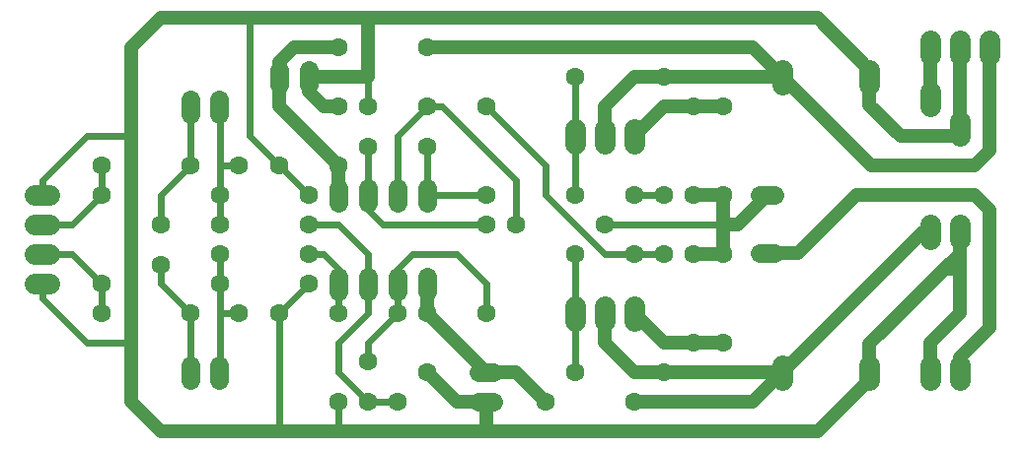
<source format=gbl>
G71*G90*G75*D02*
%ASAXBY*OFA0B0*MOMM*FSLAX43Y43*IPPOS*%
%ADD14C,0.600*%
%ADD17C,1.200*%
%ADD19C,1.600*%
%ADD21C,1.800*%
G54D21*
G01X190500Y103505D02*
Y104775D01*
X187960Y103505D02*
Y104775D01*
X185420Y103505D02*
Y104775D01*
G54D19*
Y109220D03*
X190500D03*
X193040D03*
Y114300D03*
X190500D03*
X185420D03*
G54D21*
X190500Y118745D02*
Y120015D01*
X187960Y118745D02*
Y120015D01*
X185420Y118745D02*
Y120015D01*
G54D19*
X195580Y121920D03*
Y114300D03*
Y109220D03*
Y101600D03*
X193040Y124460D03*
X185420D03*
X193040Y99060D03*
X185420D03*
G54D21*
X203200Y123825D02*
Y125095D01*
X210700Y123825D02*
Y125095D01*
X203200Y98425D02*
Y99695D01*
X210700Y98425D02*
Y99695D01*
G54D19*
X198120Y121920D03*
Y114300D03*
Y109220D03*
Y101600D03*
X177800Y111760D03*
Y104140D03*
X178435Y99060D02*
X177165D01*
X178435Y96560D02*
X177165D01*
X172720Y106045D02*
Y107315D01*
X170180Y106045D02*
Y107315D01*
X167640Y106045D02*
Y107315D01*
X165100Y106045D02*
Y107315D01*
X172720Y113665D02*
Y114935D01*
X170180Y113665D02*
Y114935D01*
X167640Y113665D02*
Y114935D01*
X165100Y113665D02*
Y114935D01*
X172720Y104140D03*
Y99060D03*
X165100Y116840D03*
Y121920D03*
X172720Y127000D03*
X165100D03*
X170180Y104140D03*
Y96520D03*
X165100Y104140D03*
Y96520D03*
X167640D03*
Y100020D03*
X190500Y96520D03*
X182880D03*
X162560Y114300D03*
X154940D03*
X162560Y111760D03*
X154940D03*
X162560Y109220D03*
X154940D03*
X162560Y106680D03*
X154940D03*
X152400Y99695D02*
Y98425D01*
X154900Y99695D02*
Y98425D01*
X152400Y122555D02*
Y121285D01*
X154900Y122555D02*
Y121285D01*
X160020Y116840D03*
X156520D03*
X160020Y104140D03*
X156520D03*
X162560Y123825D02*
Y125095D01*
X160060Y123825D02*
Y125095D01*
X172720Y121920D03*
Y118420D03*
X167640Y121920D03*
Y118420D03*
X177800Y121920D03*
Y114300D03*
X187960Y111760D03*
X180340D03*
X152400Y116840D03*
X144780D03*
X152400Y104140D03*
X144780D03*
Y114300D03*
Y106680D03*
X149860Y111760D03*
Y108260D03*
G54D14*
X182880Y114300D02*
X187960Y109220D01*
X190500D01*
X193040D01*
X190500Y114300D02*
X193040D01*
X187960Y111760D02*
X198120D01*
X177800Y121920D02*
X182880Y116840D01*
Y114300D01*
X185420Y124460D02*
Y119380D01*
Y114300D01*
G54D17*
X187960Y119380D02*
Y121920D01*
X190500Y124460D01*
X193040D01*
X203200D01*
X187960Y104140D02*
Y101600D01*
X190500Y99060D01*
X193040D01*
X203200D01*
G54D14*
X185420Y109220D02*
Y104140D01*
Y99060D01*
G54D17*
X172720Y127000D02*
X200660D01*
X203200Y124460D01*
X210820Y116840D01*
X190500Y96520D02*
X200660D01*
X203200Y99060D01*
X172720Y106680D02*
Y104140D01*
X177800Y99060D01*
X180340D01*
X182880Y96520D01*
X172720Y99060D02*
X175260Y96520D01*
X177800D01*
Y93980D01*
X165100Y114300D02*
Y116840D01*
X160020Y121920D01*
Y124460D01*
X162560D02*
X167640D01*
Y129540D01*
G54D14*
X172720Y121920D02*
X173990D01*
X180340Y115570D01*
Y111760D01*
X172720Y121920D02*
X170180Y119380D01*
Y114300D01*
X172720Y118420D02*
Y114300D01*
X177800D01*
G54D17*
X161290Y127000D02*
X165100D01*
X160020Y124460D02*
Y125730D01*
X161290Y127000D01*
X165100Y121920D02*
X163830D01*
X162560Y123190D01*
Y124460D01*
G54D14*
X167640Y121920D02*
Y124460D01*
Y118420D02*
Y114300D01*
Y113030D01*
X168910Y111760D01*
X177800D01*
X170180Y106680D02*
Y107950D01*
X171450Y109220D01*
X175260D01*
X177800Y106680D01*
Y104140D01*
X170180Y106680D02*
Y104140D01*
X167640Y101600D01*
Y100020D01*
X162560Y111760D02*
X165100D01*
X167640Y109220D01*
Y106680D01*
Y104140D01*
X165100Y101600D01*
Y99060D01*
X167640Y96520D01*
X170180D01*
X162560Y109220D02*
X163830D01*
X165100Y107950D01*
Y106680D01*
Y104140D01*
Y96520D02*
Y93980D01*
X162560Y114300D02*
X160020Y116840D01*
X157480Y119380D01*
Y129540D01*
X162560Y106680D02*
X160020Y104140D01*
Y93980D01*
X156520Y116840D02*
X154940D01*
Y121920D01*
Y116840D02*
Y114300D01*
Y111760D01*
X156520Y104140D02*
X154940D01*
Y106680D01*
Y109220D01*
Y104140D02*
Y99060D01*
X152400Y121920D02*
Y116840D01*
X149860Y114300D01*
Y111760D01*
Y108260D02*
Y106680D01*
X152400Y104140D01*
Y99060D01*
X144780Y116840D02*
Y114300D01*
Y106680D02*
Y104140D01*
G54D17*
X210820Y116840D02*
X219710D01*
X220980Y118110D01*
X218440Y109220D02*
Y107950D01*
X217170D01*
X167640Y129540D02*
X157480D01*
X149860D01*
X147320Y127000D01*
Y96520D01*
X149860Y93980D01*
X160020D01*
X165100D01*
X177800D01*
G54D21*
X215900Y121920D02*
Y123190D01*
X218440Y119380D02*
Y120650D01*
Y110490D02*
Y111760D01*
G54D17*
Y111125D02*
Y109220D01*
G54D21*
X215900Y110490D02*
Y111760D01*
G54D17*
X203200Y99060D02*
X215265Y111125D01*
X215900D01*
X218440Y120015D02*
X217805Y119380D01*
X213360D01*
G54D19*
X202565Y114300D02*
X201295D01*
X202565Y109300D02*
X201295D01*
G54D17*
X210700Y123825D02*
Y122040D01*
X213360Y119380D02*
X210700Y122040D01*
X218440Y109220D02*
X210700Y101480D01*
Y99695D02*
Y101480D01*
X167640Y129540D02*
X206255D01*
X210700Y125095D02*
X206255Y129540D01*
X177800Y93980D02*
X206255D01*
X210700Y98425D02*
X206255Y93980D01*
G54D21*
X215900Y126365D02*
Y127635D01*
X218440Y126365D02*
Y127635D01*
X220980Y126365D02*
Y127635D01*
G54D17*
X215900Y127000D02*
Y122555D01*
X218440Y127000D02*
Y120015D01*
X220980Y118110D02*
Y127000D01*
G54D21*
X215900Y98425D02*
Y99695D01*
X218440Y98425D02*
Y99695D01*
X140335Y114300D02*
X139065D01*
X140335Y111760D02*
X139065D01*
X140335Y109220D02*
X139065D01*
G54D14*
X144780Y114300D02*
X142240Y111760D01*
X139700D01*
Y109220D02*
X142240D01*
X144780Y106680D01*
X143510Y119380D02*
X147320D01*
X139700Y114300D02*
Y115570D01*
X143510Y119380D01*
G54D21*
X140335Y106680D02*
X139065D01*
G54D14*
X139700Y105410D02*
Y106680D01*
X147320Y101600D02*
X143510D01*
X139700Y105410D01*
G54D17*
X190500Y119380D02*
X193040Y121920D01*
X195580D01*
X198120D01*
X195580Y114300D02*
X198120D01*
Y111760D01*
Y109220D01*
X195580D01*
X198120Y111760D02*
X199390D01*
X201930Y114300D01*
X190500Y104140D02*
X193040Y101600D01*
X195580D01*
X198120D01*
X202565Y109300D02*
X204550D01*
X209550Y114300D02*
X204550Y109300D01*
X209550Y114300D02*
X219710D01*
X220980Y113030D01*
Y102870D01*
X218440Y100330D01*
Y99060D01*
X215900D02*
Y101600D01*
X218440Y104140D01*
Y107950D01*
G01X0Y0D02*
M02*

</source>
